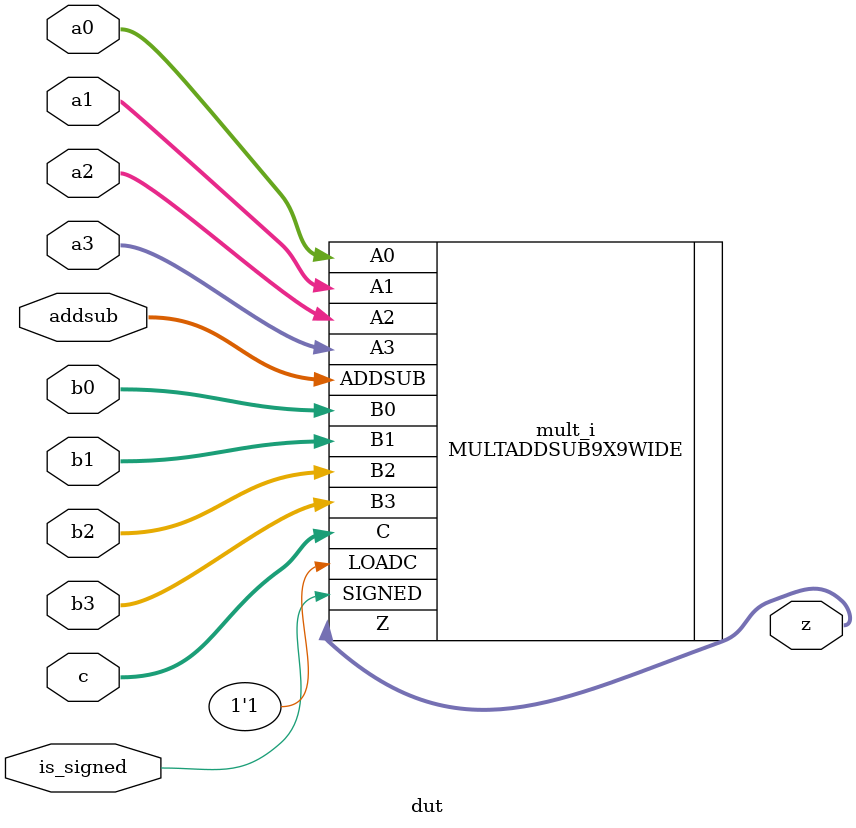
<source format=v>
module dut(
	input [8:0] a0, a1, a2, a3, b0, b1, b2, b3,
	input [3:0] addsub,
	input is_signed,
	input [53:0] c,
	output [53:0] z
);
	MULTADDSUB9X9WIDE #(
		.REGINPUTAB0("BYPASS"),
		.REGINPUTAB1("BYPASS"),
		.REGINPUTAB2("BYPASS"),
		.REGINPUTAB3("BYPASS"),
		.REGINPUTC("BYPASS"),
		.REGADDSUB("BYPASS"),
		.REGLOADC("BYPASS"),
		.REGLOADC2("BYPASS"),
		.REGPIPELINE("BYPASS"),
		.REGOUTPUT("BYPASS")
	) mult_i (
		.A0(a0), .A1(a1), .A2(a2), .A3(a3),
		.B0(b0), .B1(b1), .B2(b2), .B3(b3),
		.ADDSUB(addsub), .SIGNED(is_signed), .C(c), .LOADC(1'b1),
		.Z(z)
	);
endmodule

</source>
